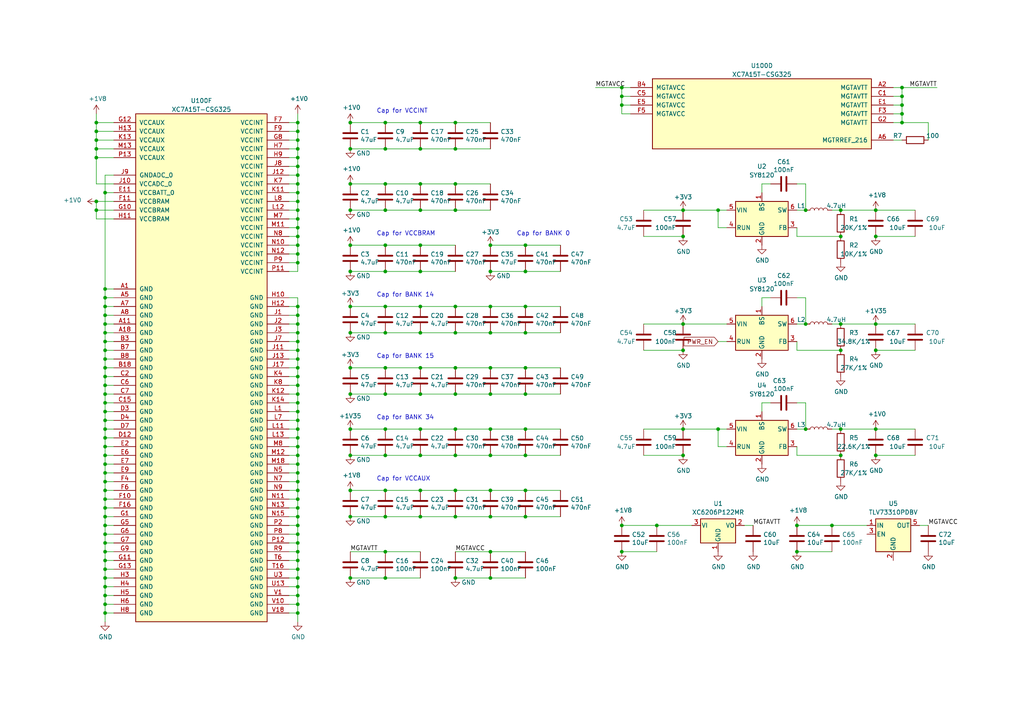
<source format=kicad_sch>
(kicad_sch (version 20210406) (generator eeschema)
  (paper "A4")
  (junction (at 27.94 35.56) (diameter 0.9144))
  (junction (at 27.94 38.1) (diameter 0.9144))
  (junction (at 27.94 40.64) (diameter 0.9144))
  (junction (at 27.94 43.18) (diameter 0.9144))
  (junction (at 27.94 45.72) (diameter 0.9144))
  (junction (at 27.94 58.42) (diameter 0.9144))
  (junction (at 27.94 60.96) (diameter 0.9144))
  (junction (at 30.48 55.88) (diameter 0.9144))
  (junction (at 30.48 83.82) (diameter 0.9144))
  (junction (at 30.48 86.36) (diameter 0.9144))
  (junction (at 30.48 88.9) (diameter 0.9144))
  (junction (at 30.48 91.44) (diameter 0.9144))
  (junction (at 30.48 93.98) (diameter 0.9144))
  (junction (at 30.48 96.52) (diameter 0.9144))
  (junction (at 30.48 99.06) (diameter 0.9144))
  (junction (at 30.48 101.6) (diameter 0.9144))
  (junction (at 30.48 104.14) (diameter 0.9144))
  (junction (at 30.48 106.68) (diameter 0.9144))
  (junction (at 30.48 109.22) (diameter 0.9144))
  (junction (at 30.48 111.76) (diameter 0.9144))
  (junction (at 30.48 114.3) (diameter 0.9144))
  (junction (at 30.48 116.84) (diameter 0.9144))
  (junction (at 30.48 119.38) (diameter 0.9144))
  (junction (at 30.48 121.92) (diameter 0.9144))
  (junction (at 30.48 124.46) (diameter 0.9144))
  (junction (at 30.48 127) (diameter 0.9144))
  (junction (at 30.48 129.54) (diameter 0.9144))
  (junction (at 30.48 132.08) (diameter 0.9144))
  (junction (at 30.48 134.62) (diameter 0.9144))
  (junction (at 30.48 137.16) (diameter 0.9144))
  (junction (at 30.48 139.7) (diameter 0.9144))
  (junction (at 30.48 142.24) (diameter 0.9144))
  (junction (at 30.48 144.78) (diameter 0.9144))
  (junction (at 30.48 147.32) (diameter 0.9144))
  (junction (at 30.48 149.86) (diameter 0.9144))
  (junction (at 30.48 152.4) (diameter 0.9144))
  (junction (at 30.48 154.94) (diameter 0.9144))
  (junction (at 30.48 157.48) (diameter 0.9144))
  (junction (at 30.48 160.02) (diameter 0.9144))
  (junction (at 30.48 162.56) (diameter 0.9144))
  (junction (at 30.48 165.1) (diameter 0.9144))
  (junction (at 30.48 167.64) (diameter 0.9144))
  (junction (at 30.48 170.18) (diameter 0.9144))
  (junction (at 30.48 172.72) (diameter 0.9144))
  (junction (at 30.48 175.26) (diameter 0.9144))
  (junction (at 30.48 177.8) (diameter 0.9144))
  (junction (at 86.36 35.56) (diameter 0.9144))
  (junction (at 86.36 38.1) (diameter 0.9144))
  (junction (at 86.36 40.64) (diameter 0.9144))
  (junction (at 86.36 43.18) (diameter 0.9144))
  (junction (at 86.36 45.72) (diameter 0.9144))
  (junction (at 86.36 48.26) (diameter 0.9144))
  (junction (at 86.36 50.8) (diameter 0.9144))
  (junction (at 86.36 53.34) (diameter 0.9144))
  (junction (at 86.36 55.88) (diameter 0.9144))
  (junction (at 86.36 58.42) (diameter 0.9144))
  (junction (at 86.36 60.96) (diameter 0.9144))
  (junction (at 86.36 63.5) (diameter 0.9144))
  (junction (at 86.36 66.04) (diameter 0.9144))
  (junction (at 86.36 68.58) (diameter 0.9144))
  (junction (at 86.36 71.12) (diameter 0.9144))
  (junction (at 86.36 73.66) (diameter 0.9144))
  (junction (at 86.36 76.2) (diameter 0.9144))
  (junction (at 86.36 88.9) (diameter 0.9144))
  (junction (at 86.36 91.44) (diameter 0.9144))
  (junction (at 86.36 93.98) (diameter 0.9144))
  (junction (at 86.36 96.52) (diameter 0.9144))
  (junction (at 86.36 99.06) (diameter 0.9144))
  (junction (at 86.36 101.6) (diameter 0.9144))
  (junction (at 86.36 104.14) (diameter 0.9144))
  (junction (at 86.36 106.68) (diameter 0.9144))
  (junction (at 86.36 109.22) (diameter 0.9144))
  (junction (at 86.36 111.76) (diameter 0.9144))
  (junction (at 86.36 114.3) (diameter 0.9144))
  (junction (at 86.36 116.84) (diameter 0.9144))
  (junction (at 86.36 119.38) (diameter 0.9144))
  (junction (at 86.36 121.92) (diameter 0.9144))
  (junction (at 86.36 124.46) (diameter 0.9144))
  (junction (at 86.36 127) (diameter 0.9144))
  (junction (at 86.36 129.54) (diameter 0.9144))
  (junction (at 86.36 132.08) (diameter 0.9144))
  (junction (at 86.36 134.62) (diameter 0.9144))
  (junction (at 86.36 137.16) (diameter 0.9144))
  (junction (at 86.36 139.7) (diameter 0.9144))
  (junction (at 86.36 142.24) (diameter 0.9144))
  (junction (at 86.36 144.78) (diameter 0.9144))
  (junction (at 86.36 147.32) (diameter 0.9144))
  (junction (at 86.36 149.86) (diameter 0.9144))
  (junction (at 86.36 152.4) (diameter 0.9144))
  (junction (at 86.36 154.94) (diameter 0.9144))
  (junction (at 86.36 157.48) (diameter 0.9144))
  (junction (at 86.36 160.02) (diameter 0.9144))
  (junction (at 86.36 162.56) (diameter 0.9144))
  (junction (at 86.36 165.1) (diameter 0.9144))
  (junction (at 86.36 167.64) (diameter 0.9144))
  (junction (at 86.36 170.18) (diameter 0.9144))
  (junction (at 86.36 172.72) (diameter 0.9144))
  (junction (at 86.36 175.26) (diameter 0.9144))
  (junction (at 86.36 177.8) (diameter 0.9144))
  (junction (at 101.6 35.56) (diameter 0.9144))
  (junction (at 101.6 43.18) (diameter 0.9144))
  (junction (at 101.6 53.34) (diameter 0.9144))
  (junction (at 101.6 60.96) (diameter 0.9144))
  (junction (at 101.6 71.12) (diameter 0.9144))
  (junction (at 101.6 78.74) (diameter 0.9144))
  (junction (at 101.6 88.9) (diameter 0.9144))
  (junction (at 101.6 96.52) (diameter 0.9144))
  (junction (at 101.6 106.68) (diameter 0.9144))
  (junction (at 101.6 114.3) (diameter 0.9144))
  (junction (at 101.6 124.46) (diameter 0.9144))
  (junction (at 101.6 132.08) (diameter 0.9144))
  (junction (at 101.6 142.24) (diameter 0.9144))
  (junction (at 101.6 149.86) (diameter 0.9144))
  (junction (at 101.6 167.64) (diameter 0.9144))
  (junction (at 111.76 35.56) (diameter 0.9144))
  (junction (at 111.76 43.18) (diameter 0.9144))
  (junction (at 111.76 53.34) (diameter 0.9144))
  (junction (at 111.76 60.96) (diameter 0.9144))
  (junction (at 111.76 71.12) (diameter 0.9144))
  (junction (at 111.76 78.74) (diameter 0.9144))
  (junction (at 111.76 88.9) (diameter 0.9144))
  (junction (at 111.76 96.52) (diameter 0.9144))
  (junction (at 111.76 106.68) (diameter 0.9144))
  (junction (at 111.76 114.3) (diameter 0.9144))
  (junction (at 111.76 124.46) (diameter 0.9144))
  (junction (at 111.76 132.08) (diameter 0.9144))
  (junction (at 111.76 142.24) (diameter 0.9144))
  (junction (at 111.76 149.86) (diameter 0.9144))
  (junction (at 111.76 160.02) (diameter 0.9144))
  (junction (at 111.76 167.64) (diameter 0.9144))
  (junction (at 121.92 35.56) (diameter 0.9144))
  (junction (at 121.92 43.18) (diameter 0.9144))
  (junction (at 121.92 53.34) (diameter 0.9144))
  (junction (at 121.92 60.96) (diameter 0.9144))
  (junction (at 121.92 71.12) (diameter 0.9144))
  (junction (at 121.92 78.74) (diameter 0.9144))
  (junction (at 121.92 88.9) (diameter 0.9144))
  (junction (at 121.92 96.52) (diameter 0.9144))
  (junction (at 121.92 106.68) (diameter 0.9144))
  (junction (at 121.92 114.3) (diameter 0.9144))
  (junction (at 121.92 124.46) (diameter 0.9144))
  (junction (at 121.92 132.08) (diameter 0.9144))
  (junction (at 121.92 142.24) (diameter 0.9144))
  (junction (at 121.92 149.86) (diameter 0.9144))
  (junction (at 132.08 35.56) (diameter 0.9144))
  (junction (at 132.08 43.18) (diameter 0.9144))
  (junction (at 132.08 53.34) (diameter 0.9144))
  (junction (at 132.08 60.96) (diameter 0.9144))
  (junction (at 132.08 88.9) (diameter 0.9144))
  (junction (at 132.08 96.52) (diameter 0.9144))
  (junction (at 132.08 106.68) (diameter 0.9144))
  (junction (at 132.08 114.3) (diameter 0.9144))
  (junction (at 132.08 124.46) (diameter 0.9144))
  (junction (at 132.08 132.08) (diameter 0.9144))
  (junction (at 132.08 142.24) (diameter 0.9144))
  (junction (at 132.08 149.86) (diameter 0.9144))
  (junction (at 132.08 167.64) (diameter 0.9144))
  (junction (at 142.24 71.12) (diameter 0.9144))
  (junction (at 142.24 78.74) (diameter 0.9144))
  (junction (at 142.24 88.9) (diameter 0.9144))
  (junction (at 142.24 96.52) (diameter 0.9144))
  (junction (at 142.24 106.68) (diameter 0.9144))
  (junction (at 142.24 114.3) (diameter 0.9144))
  (junction (at 142.24 124.46) (diameter 0.9144))
  (junction (at 142.24 132.08) (diameter 0.9144))
  (junction (at 142.24 142.24) (diameter 0.9144))
  (junction (at 142.24 149.86) (diameter 0.9144))
  (junction (at 142.24 160.02) (diameter 0.9144))
  (junction (at 142.24 167.64) (diameter 0.9144))
  (junction (at 152.4 71.12) (diameter 0.9144))
  (junction (at 152.4 78.74) (diameter 0.9144))
  (junction (at 152.4 88.9) (diameter 0.9144))
  (junction (at 152.4 96.52) (diameter 0.9144))
  (junction (at 152.4 106.68) (diameter 0.9144))
  (junction (at 152.4 114.3) (diameter 0.9144))
  (junction (at 152.4 124.46) (diameter 0.9144))
  (junction (at 152.4 132.08) (diameter 0.9144))
  (junction (at 152.4 142.24) (diameter 0.9144))
  (junction (at 152.4 149.86) (diameter 0.9144))
  (junction (at 180.34 25.4) (diameter 0.9144))
  (junction (at 180.34 27.94) (diameter 0.9144))
  (junction (at 180.34 30.48) (diameter 0.9144))
  (junction (at 180.34 152.4) (diameter 0.9144))
  (junction (at 180.34 160.02) (diameter 0.9144))
  (junction (at 190.5 152.4) (diameter 0.9144))
  (junction (at 198.12 60.96) (diameter 0.9144))
  (junction (at 198.12 68.58) (diameter 0.9144))
  (junction (at 198.12 93.98) (diameter 0.9144))
  (junction (at 198.12 101.6) (diameter 0.9144))
  (junction (at 198.12 124.46) (diameter 0.9144))
  (junction (at 198.12 132.08) (diameter 0.9144))
  (junction (at 208.28 60.96) (diameter 0.9144))
  (junction (at 208.28 124.46) (diameter 0.9144))
  (junction (at 231.14 152.4) (diameter 0.9144))
  (junction (at 231.14 160.02) (diameter 0.9144))
  (junction (at 233.68 60.96) (diameter 0.9144))
  (junction (at 233.68 93.98) (diameter 0.9144))
  (junction (at 233.68 124.46) (diameter 0.9144))
  (junction (at 241.3 152.4) (diameter 0.9144))
  (junction (at 243.84 60.96) (diameter 0.9144))
  (junction (at 243.84 68.58) (diameter 0.9144))
  (junction (at 243.84 93.98) (diameter 0.9144))
  (junction (at 243.84 101.6) (diameter 0.9144))
  (junction (at 243.84 124.46) (diameter 0.9144))
  (junction (at 243.84 132.08) (diameter 0.9144))
  (junction (at 254 60.96) (diameter 0.9144))
  (junction (at 254 68.58) (diameter 0.9144))
  (junction (at 254 93.98) (diameter 0.9144))
  (junction (at 254 101.6) (diameter 0.9144))
  (junction (at 254 124.46) (diameter 0.9144))
  (junction (at 254 132.08) (diameter 0.9144))
  (junction (at 261.62 25.4) (diameter 0.9144))
  (junction (at 261.62 27.94) (diameter 0.9144))
  (junction (at 261.62 30.48) (diameter 0.9144))
  (junction (at 261.62 33.02) (diameter 0.9144))
  (junction (at 261.62 35.56) (diameter 0.9144))
  (wire (pts (xy 27.94 33.02) (xy 27.94 35.56)))
  (wire (pts (xy 27.94 35.56) (xy 27.94 38.1)))
  (wire (pts (xy 27.94 35.56) (xy 33.02 35.56)))
  (wire (pts (xy 27.94 38.1) (xy 27.94 40.64)))
  (wire (pts (xy 27.94 38.1) (xy 33.02 38.1)))
  (wire (pts (xy 27.94 40.64) (xy 27.94 43.18)))
  (wire (pts (xy 27.94 40.64) (xy 33.02 40.64)))
  (wire (pts (xy 27.94 43.18) (xy 27.94 45.72)))
  (wire (pts (xy 27.94 43.18) (xy 33.02 43.18)))
  (wire (pts (xy 27.94 45.72) (xy 27.94 53.34)))
  (wire (pts (xy 27.94 45.72) (xy 33.02 45.72)))
  (wire (pts (xy 27.94 58.42) (xy 33.02 58.42)))
  (wire (pts (xy 27.94 60.96) (xy 27.94 58.42)))
  (wire (pts (xy 27.94 60.96) (xy 33.02 60.96)))
  (wire (pts (xy 27.94 63.5) (xy 27.94 60.96)))
  (wire (pts (xy 30.48 50.8) (xy 30.48 55.88)))
  (wire (pts (xy 30.48 55.88) (xy 30.48 83.82)))
  (wire (pts (xy 30.48 83.82) (xy 30.48 86.36)))
  (wire (pts (xy 30.48 83.82) (xy 33.02 83.82)))
  (wire (pts (xy 30.48 86.36) (xy 30.48 88.9)))
  (wire (pts (xy 30.48 86.36) (xy 33.02 86.36)))
  (wire (pts (xy 30.48 88.9) (xy 30.48 91.44)))
  (wire (pts (xy 30.48 88.9) (xy 33.02 88.9)))
  (wire (pts (xy 30.48 91.44) (xy 30.48 93.98)))
  (wire (pts (xy 30.48 91.44) (xy 33.02 91.44)))
  (wire (pts (xy 30.48 93.98) (xy 30.48 96.52)))
  (wire (pts (xy 30.48 93.98) (xy 33.02 93.98)))
  (wire (pts (xy 30.48 96.52) (xy 30.48 99.06)))
  (wire (pts (xy 30.48 96.52) (xy 33.02 96.52)))
  (wire (pts (xy 30.48 99.06) (xy 30.48 101.6)))
  (wire (pts (xy 30.48 99.06) (xy 33.02 99.06)))
  (wire (pts (xy 30.48 101.6) (xy 30.48 104.14)))
  (wire (pts (xy 30.48 101.6) (xy 33.02 101.6)))
  (wire (pts (xy 30.48 104.14) (xy 30.48 106.68)))
  (wire (pts (xy 30.48 104.14) (xy 33.02 104.14)))
  (wire (pts (xy 30.48 106.68) (xy 30.48 109.22)))
  (wire (pts (xy 30.48 106.68) (xy 33.02 106.68)))
  (wire (pts (xy 30.48 109.22) (xy 30.48 111.76)))
  (wire (pts (xy 30.48 109.22) (xy 33.02 109.22)))
  (wire (pts (xy 30.48 111.76) (xy 30.48 114.3)))
  (wire (pts (xy 30.48 111.76) (xy 33.02 111.76)))
  (wire (pts (xy 30.48 114.3) (xy 30.48 116.84)))
  (wire (pts (xy 30.48 114.3) (xy 33.02 114.3)))
  (wire (pts (xy 30.48 116.84) (xy 30.48 119.38)))
  (wire (pts (xy 30.48 116.84) (xy 33.02 116.84)))
  (wire (pts (xy 30.48 119.38) (xy 30.48 121.92)))
  (wire (pts (xy 30.48 119.38) (xy 33.02 119.38)))
  (wire (pts (xy 30.48 121.92) (xy 30.48 124.46)))
  (wire (pts (xy 30.48 121.92) (xy 33.02 121.92)))
  (wire (pts (xy 30.48 124.46) (xy 30.48 127)))
  (wire (pts (xy 30.48 124.46) (xy 33.02 124.46)))
  (wire (pts (xy 30.48 127) (xy 30.48 129.54)))
  (wire (pts (xy 30.48 127) (xy 33.02 127)))
  (wire (pts (xy 30.48 129.54) (xy 30.48 132.08)))
  (wire (pts (xy 30.48 129.54) (xy 33.02 129.54)))
  (wire (pts (xy 30.48 132.08) (xy 30.48 134.62)))
  (wire (pts (xy 30.48 132.08) (xy 33.02 132.08)))
  (wire (pts (xy 30.48 134.62) (xy 30.48 137.16)))
  (wire (pts (xy 30.48 134.62) (xy 33.02 134.62)))
  (wire (pts (xy 30.48 137.16) (xy 30.48 139.7)))
  (wire (pts (xy 30.48 137.16) (xy 33.02 137.16)))
  (wire (pts (xy 30.48 139.7) (xy 30.48 142.24)))
  (wire (pts (xy 30.48 139.7) (xy 33.02 139.7)))
  (wire (pts (xy 30.48 142.24) (xy 30.48 144.78)))
  (wire (pts (xy 30.48 142.24) (xy 33.02 142.24)))
  (wire (pts (xy 30.48 144.78) (xy 30.48 147.32)))
  (wire (pts (xy 30.48 144.78) (xy 33.02 144.78)))
  (wire (pts (xy 30.48 147.32) (xy 30.48 149.86)))
  (wire (pts (xy 30.48 147.32) (xy 33.02 147.32)))
  (wire (pts (xy 30.48 149.86) (xy 30.48 152.4)))
  (wire (pts (xy 30.48 149.86) (xy 33.02 149.86)))
  (wire (pts (xy 30.48 152.4) (xy 30.48 154.94)))
  (wire (pts (xy 30.48 152.4) (xy 33.02 152.4)))
  (wire (pts (xy 30.48 154.94) (xy 30.48 157.48)))
  (wire (pts (xy 30.48 154.94) (xy 33.02 154.94)))
  (wire (pts (xy 30.48 157.48) (xy 30.48 160.02)))
  (wire (pts (xy 30.48 157.48) (xy 33.02 157.48)))
  (wire (pts (xy 30.48 160.02) (xy 30.48 162.56)))
  (wire (pts (xy 30.48 160.02) (xy 33.02 160.02)))
  (wire (pts (xy 30.48 162.56) (xy 30.48 165.1)))
  (wire (pts (xy 30.48 162.56) (xy 33.02 162.56)))
  (wire (pts (xy 30.48 165.1) (xy 30.48 167.64)))
  (wire (pts (xy 30.48 165.1) (xy 33.02 165.1)))
  (wire (pts (xy 30.48 167.64) (xy 30.48 170.18)))
  (wire (pts (xy 30.48 167.64) (xy 33.02 167.64)))
  (wire (pts (xy 30.48 170.18) (xy 30.48 172.72)))
  (wire (pts (xy 30.48 170.18) (xy 33.02 170.18)))
  (wire (pts (xy 30.48 172.72) (xy 30.48 175.26)))
  (wire (pts (xy 30.48 172.72) (xy 33.02 172.72)))
  (wire (pts (xy 30.48 175.26) (xy 30.48 177.8)))
  (wire (pts (xy 30.48 175.26) (xy 33.02 175.26)))
  (wire (pts (xy 30.48 177.8) (xy 30.48 180.34)))
  (wire (pts (xy 30.48 177.8) (xy 33.02 177.8)))
  (wire (pts (xy 33.02 50.8) (xy 30.48 50.8)))
  (wire (pts (xy 33.02 53.34) (xy 27.94 53.34)))
  (wire (pts (xy 33.02 55.88) (xy 30.48 55.88)))
  (wire (pts (xy 33.02 63.5) (xy 27.94 63.5)))
  (wire (pts (xy 83.82 35.56) (xy 86.36 35.56)))
  (wire (pts (xy 83.82 38.1) (xy 86.36 38.1)))
  (wire (pts (xy 83.82 40.64) (xy 86.36 40.64)))
  (wire (pts (xy 83.82 43.18) (xy 86.36 43.18)))
  (wire (pts (xy 83.82 45.72) (xy 86.36 45.72)))
  (wire (pts (xy 83.82 48.26) (xy 86.36 48.26)))
  (wire (pts (xy 83.82 50.8) (xy 86.36 50.8)))
  (wire (pts (xy 83.82 53.34) (xy 86.36 53.34)))
  (wire (pts (xy 83.82 55.88) (xy 86.36 55.88)))
  (wire (pts (xy 83.82 58.42) (xy 86.36 58.42)))
  (wire (pts (xy 83.82 60.96) (xy 86.36 60.96)))
  (wire (pts (xy 83.82 63.5) (xy 86.36 63.5)))
  (wire (pts (xy 83.82 66.04) (xy 86.36 66.04)))
  (wire (pts (xy 83.82 68.58) (xy 86.36 68.58)))
  (wire (pts (xy 83.82 71.12) (xy 86.36 71.12)))
  (wire (pts (xy 83.82 73.66) (xy 86.36 73.66)))
  (wire (pts (xy 83.82 76.2) (xy 86.36 76.2)))
  (wire (pts (xy 83.82 78.74) (xy 86.36 78.74)))
  (wire (pts (xy 83.82 86.36) (xy 86.36 86.36)))
  (wire (pts (xy 83.82 88.9) (xy 86.36 88.9)))
  (wire (pts (xy 83.82 91.44) (xy 86.36 91.44)))
  (wire (pts (xy 83.82 93.98) (xy 86.36 93.98)))
  (wire (pts (xy 83.82 96.52) (xy 86.36 96.52)))
  (wire (pts (xy 83.82 99.06) (xy 86.36 99.06)))
  (wire (pts (xy 83.82 101.6) (xy 86.36 101.6)))
  (wire (pts (xy 83.82 104.14) (xy 86.36 104.14)))
  (wire (pts (xy 83.82 106.68) (xy 86.36 106.68)))
  (wire (pts (xy 83.82 109.22) (xy 86.36 109.22)))
  (wire (pts (xy 83.82 111.76) (xy 86.36 111.76)))
  (wire (pts (xy 83.82 114.3) (xy 86.36 114.3)))
  (wire (pts (xy 83.82 116.84) (xy 86.36 116.84)))
  (wire (pts (xy 83.82 119.38) (xy 86.36 119.38)))
  (wire (pts (xy 83.82 121.92) (xy 86.36 121.92)))
  (wire (pts (xy 83.82 124.46) (xy 86.36 124.46)))
  (wire (pts (xy 83.82 127) (xy 86.36 127)))
  (wire (pts (xy 83.82 129.54) (xy 86.36 129.54)))
  (wire (pts (xy 83.82 132.08) (xy 86.36 132.08)))
  (wire (pts (xy 83.82 134.62) (xy 86.36 134.62)))
  (wire (pts (xy 83.82 137.16) (xy 86.36 137.16)))
  (wire (pts (xy 83.82 139.7) (xy 86.36 139.7)))
  (wire (pts (xy 83.82 142.24) (xy 86.36 142.24)))
  (wire (pts (xy 83.82 144.78) (xy 86.36 144.78)))
  (wire (pts (xy 83.82 147.32) (xy 86.36 147.32)))
  (wire (pts (xy 83.82 149.86) (xy 86.36 149.86)))
  (wire (pts (xy 83.82 152.4) (xy 86.36 152.4)))
  (wire (pts (xy 83.82 154.94) (xy 86.36 154.94)))
  (wire (pts (xy 83.82 157.48) (xy 86.36 157.48)))
  (wire (pts (xy 83.82 160.02) (xy 86.36 160.02)))
  (wire (pts (xy 83.82 162.56) (xy 86.36 162.56)))
  (wire (pts (xy 83.82 165.1) (xy 86.36 165.1)))
  (wire (pts (xy 83.82 167.64) (xy 86.36 167.64)))
  (wire (pts (xy 83.82 170.18) (xy 86.36 170.18)))
  (wire (pts (xy 83.82 172.72) (xy 86.36 172.72)))
  (wire (pts (xy 83.82 175.26) (xy 86.36 175.26)))
  (wire (pts (xy 83.82 177.8) (xy 86.36 177.8)))
  (wire (pts (xy 86.36 35.56) (xy 86.36 33.02)))
  (wire (pts (xy 86.36 38.1) (xy 86.36 35.56)))
  (wire (pts (xy 86.36 40.64) (xy 86.36 38.1)))
  (wire (pts (xy 86.36 43.18) (xy 86.36 40.64)))
  (wire (pts (xy 86.36 45.72) (xy 86.36 43.18)))
  (wire (pts (xy 86.36 48.26) (xy 86.36 45.72)))
  (wire (pts (xy 86.36 50.8) (xy 86.36 48.26)))
  (wire (pts (xy 86.36 53.34) (xy 86.36 50.8)))
  (wire (pts (xy 86.36 55.88) (xy 86.36 53.34)))
  (wire (pts (xy 86.36 58.42) (xy 86.36 55.88)))
  (wire (pts (xy 86.36 60.96) (xy 86.36 58.42)))
  (wire (pts (xy 86.36 63.5) (xy 86.36 60.96)))
  (wire (pts (xy 86.36 66.04) (xy 86.36 63.5)))
  (wire (pts (xy 86.36 68.58) (xy 86.36 66.04)))
  (wire (pts (xy 86.36 71.12) (xy 86.36 68.58)))
  (wire (pts (xy 86.36 73.66) (xy 86.36 71.12)))
  (wire (pts (xy 86.36 76.2) (xy 86.36 73.66)))
  (wire (pts (xy 86.36 78.74) (xy 86.36 76.2)))
  (wire (pts (xy 86.36 86.36) (xy 86.36 88.9)))
  (wire (pts (xy 86.36 88.9) (xy 86.36 91.44)))
  (wire (pts (xy 86.36 91.44) (xy 86.36 93.98)))
  (wire (pts (xy 86.36 93.98) (xy 86.36 96.52)))
  (wire (pts (xy 86.36 96.52) (xy 86.36 99.06)))
  (wire (pts (xy 86.36 99.06) (xy 86.36 101.6)))
  (wire (pts (xy 86.36 101.6) (xy 86.36 104.14)))
  (wire (pts (xy 86.36 104.14) (xy 86.36 106.68)))
  (wire (pts (xy 86.36 106.68) (xy 86.36 109.22)))
  (wire (pts (xy 86.36 109.22) (xy 86.36 111.76)))
  (wire (pts (xy 86.36 111.76) (xy 86.36 114.3)))
  (wire (pts (xy 86.36 114.3) (xy 86.36 116.84)))
  (wire (pts (xy 86.36 116.84) (xy 86.36 119.38)))
  (wire (pts (xy 86.36 119.38) (xy 86.36 121.92)))
  (wire (pts (xy 86.36 121.92) (xy 86.36 124.46)))
  (wire (pts (xy 86.36 124.46) (xy 86.36 127)))
  (wire (pts (xy 86.36 127) (xy 86.36 129.54)))
  (wire (pts (xy 86.36 129.54) (xy 86.36 132.08)))
  (wire (pts (xy 86.36 132.08) (xy 86.36 134.62)))
  (wire (pts (xy 86.36 134.62) (xy 86.36 137.16)))
  (wire (pts (xy 86.36 137.16) (xy 86.36 139.7)))
  (wire (pts (xy 86.36 139.7) (xy 86.36 142.24)))
  (wire (pts (xy 86.36 142.24) (xy 86.36 144.78)))
  (wire (pts (xy 86.36 144.78) (xy 86.36 147.32)))
  (wire (pts (xy 86.36 147.32) (xy 86.36 149.86)))
  (wire (pts (xy 86.36 149.86) (xy 86.36 152.4)))
  (wire (pts (xy 86.36 152.4) (xy 86.36 154.94)))
  (wire (pts (xy 86.36 154.94) (xy 86.36 157.48)))
  (wire (pts (xy 86.36 157.48) (xy 86.36 160.02)))
  (wire (pts (xy 86.36 160.02) (xy 86.36 162.56)))
  (wire (pts (xy 86.36 162.56) (xy 86.36 165.1)))
  (wire (pts (xy 86.36 165.1) (xy 86.36 167.64)))
  (wire (pts (xy 86.36 167.64) (xy 86.36 170.18)))
  (wire (pts (xy 86.36 170.18) (xy 86.36 172.72)))
  (wire (pts (xy 86.36 172.72) (xy 86.36 175.26)))
  (wire (pts (xy 86.36 175.26) (xy 86.36 177.8)))
  (wire (pts (xy 86.36 177.8) (xy 86.36 180.34)))
  (wire (pts (xy 101.6 35.56) (xy 111.76 35.56)))
  (wire (pts (xy 101.6 53.34) (xy 111.76 53.34)))
  (wire (pts (xy 101.6 88.9) (xy 111.76 88.9)))
  (wire (pts (xy 101.6 106.68) (xy 111.76 106.68)))
  (wire (pts (xy 101.6 124.46) (xy 111.76 124.46)))
  (wire (pts (xy 101.6 142.24) (xy 111.76 142.24)))
  (wire (pts (xy 111.76 43.18) (xy 101.6 43.18)))
  (wire (pts (xy 111.76 60.96) (xy 101.6 60.96)))
  (wire (pts (xy 111.76 71.12) (xy 101.6 71.12)))
  (wire (pts (xy 111.76 78.74) (xy 101.6 78.74)))
  (wire (pts (xy 111.76 96.52) (xy 101.6 96.52)))
  (wire (pts (xy 111.76 114.3) (xy 101.6 114.3)))
  (wire (pts (xy 111.76 132.08) (xy 101.6 132.08)))
  (wire (pts (xy 111.76 149.86) (xy 101.6 149.86)))
  (wire (pts (xy 111.76 160.02) (xy 101.6 160.02)))
  (wire (pts (xy 111.76 167.64) (xy 101.6 167.64)))
  (wire (pts (xy 121.92 35.56) (xy 111.76 35.56)))
  (wire (pts (xy 121.92 43.18) (xy 111.76 43.18)))
  (wire (pts (xy 121.92 53.34) (xy 111.76 53.34)))
  (wire (pts (xy 121.92 60.96) (xy 111.76 60.96)))
  (wire (pts (xy 121.92 71.12) (xy 111.76 71.12)))
  (wire (pts (xy 121.92 78.74) (xy 111.76 78.74)))
  (wire (pts (xy 121.92 88.9) (xy 111.76 88.9)))
  (wire (pts (xy 121.92 96.52) (xy 111.76 96.52)))
  (wire (pts (xy 121.92 106.68) (xy 111.76 106.68)))
  (wire (pts (xy 121.92 114.3) (xy 111.76 114.3)))
  (wire (pts (xy 121.92 124.46) (xy 111.76 124.46)))
  (wire (pts (xy 121.92 132.08) (xy 111.76 132.08)))
  (wire (pts (xy 121.92 142.24) (xy 111.76 142.24)))
  (wire (pts (xy 121.92 149.86) (xy 111.76 149.86)))
  (wire (pts (xy 121.92 160.02) (xy 111.76 160.02)))
  (wire (pts (xy 121.92 167.64) (xy 111.76 167.64)))
  (wire (pts (xy 132.08 35.56) (xy 121.92 35.56)))
  (wire (pts (xy 132.08 43.18) (xy 121.92 43.18)))
  (wire (pts (xy 132.08 53.34) (xy 121.92 53.34)))
  (wire (pts (xy 132.08 60.96) (xy 121.92 60.96)))
  (wire (pts (xy 132.08 71.12) (xy 121.92 71.12)))
  (wire (pts (xy 132.08 78.74) (xy 121.92 78.74)))
  (wire (pts (xy 132.08 88.9) (xy 121.92 88.9)))
  (wire (pts (xy 132.08 96.52) (xy 121.92 96.52)))
  (wire (pts (xy 132.08 106.68) (xy 121.92 106.68)))
  (wire (pts (xy 132.08 114.3) (xy 121.92 114.3)))
  (wire (pts (xy 132.08 124.46) (xy 121.92 124.46)))
  (wire (pts (xy 132.08 132.08) (xy 121.92 132.08)))
  (wire (pts (xy 132.08 142.24) (xy 121.92 142.24)))
  (wire (pts (xy 132.08 149.86) (xy 121.92 149.86)))
  (wire (pts (xy 142.24 35.56) (xy 132.08 35.56)))
  (wire (pts (xy 142.24 43.18) (xy 132.08 43.18)))
  (wire (pts (xy 142.24 53.34) (xy 132.08 53.34)))
  (wire (pts (xy 142.24 60.96) (xy 132.08 60.96)))
  (wire (pts (xy 142.24 71.12) (xy 152.4 71.12)))
  (wire (pts (xy 142.24 78.74) (xy 152.4 78.74)))
  (wire (pts (xy 142.24 88.9) (xy 132.08 88.9)))
  (wire (pts (xy 142.24 88.9) (xy 152.4 88.9)))
  (wire (pts (xy 142.24 96.52) (xy 132.08 96.52)))
  (wire (pts (xy 142.24 96.52) (xy 152.4 96.52)))
  (wire (pts (xy 142.24 106.68) (xy 132.08 106.68)))
  (wire (pts (xy 142.24 106.68) (xy 152.4 106.68)))
  (wire (pts (xy 142.24 114.3) (xy 132.08 114.3)))
  (wire (pts (xy 142.24 114.3) (xy 152.4 114.3)))
  (wire (pts (xy 142.24 124.46) (xy 132.08 124.46)))
  (wire (pts (xy 142.24 124.46) (xy 152.4 124.46)))
  (wire (pts (xy 142.24 132.08) (xy 132.08 132.08)))
  (wire (pts (xy 142.24 132.08) (xy 152.4 132.08)))
  (wire (pts (xy 142.24 142.24) (xy 132.08 142.24)))
  (wire (pts (xy 142.24 142.24) (xy 152.4 142.24)))
  (wire (pts (xy 142.24 149.86) (xy 132.08 149.86)))
  (wire (pts (xy 142.24 149.86) (xy 152.4 149.86)))
  (wire (pts (xy 142.24 160.02) (xy 132.08 160.02)))
  (wire (pts (xy 142.24 167.64) (xy 132.08 167.64)))
  (wire (pts (xy 152.4 71.12) (xy 162.56 71.12)))
  (wire (pts (xy 152.4 78.74) (xy 162.56 78.74)))
  (wire (pts (xy 152.4 88.9) (xy 162.56 88.9)))
  (wire (pts (xy 152.4 96.52) (xy 162.56 96.52)))
  (wire (pts (xy 152.4 106.68) (xy 162.56 106.68)))
  (wire (pts (xy 152.4 114.3) (xy 162.56 114.3)))
  (wire (pts (xy 152.4 124.46) (xy 162.56 124.46)))
  (wire (pts (xy 152.4 132.08) (xy 162.56 132.08)))
  (wire (pts (xy 152.4 142.24) (xy 162.56 142.24)))
  (wire (pts (xy 152.4 149.86) (xy 162.56 149.86)))
  (wire (pts (xy 152.4 160.02) (xy 142.24 160.02)))
  (wire (pts (xy 152.4 167.64) (xy 142.24 167.64)))
  (wire (pts (xy 172.72 25.4) (xy 180.34 25.4)))
  (wire (pts (xy 180.34 25.4) (xy 182.88 25.4)))
  (wire (pts (xy 180.34 27.94) (xy 180.34 25.4)))
  (wire (pts (xy 180.34 27.94) (xy 182.88 27.94)))
  (wire (pts (xy 180.34 30.48) (xy 180.34 27.94)))
  (wire (pts (xy 180.34 30.48) (xy 182.88 30.48)))
  (wire (pts (xy 180.34 33.02) (xy 180.34 30.48)))
  (wire (pts (xy 182.88 33.02) (xy 180.34 33.02)))
  (wire (pts (xy 186.69 60.96) (xy 198.12 60.96)))
  (wire (pts (xy 186.69 68.58) (xy 198.12 68.58)))
  (wire (pts (xy 186.69 93.98) (xy 198.12 93.98)))
  (wire (pts (xy 186.69 101.6) (xy 198.12 101.6)))
  (wire (pts (xy 186.69 124.46) (xy 198.12 124.46)))
  (wire (pts (xy 186.69 132.08) (xy 198.12 132.08)))
  (wire (pts (xy 190.5 152.4) (xy 180.34 152.4)))
  (wire (pts (xy 190.5 152.4) (xy 200.66 152.4)))
  (wire (pts (xy 190.5 160.02) (xy 180.34 160.02)))
  (wire (pts (xy 198.12 60.96) (xy 208.28 60.96)))
  (wire (pts (xy 198.12 93.98) (xy 210.82 93.98)))
  (wire (pts (xy 198.12 124.46) (xy 208.28 124.46)))
  (wire (pts (xy 208.28 60.96) (xy 208.28 66.04)))
  (wire (pts (xy 208.28 60.96) (xy 210.82 60.96)))
  (wire (pts (xy 208.28 124.46) (xy 208.28 129.54)))
  (wire (pts (xy 208.28 124.46) (xy 210.82 124.46)))
  (wire (pts (xy 210.82 66.04) (xy 208.28 66.04)))
  (wire (pts (xy 210.82 99.06) (xy 208.28 99.06)))
  (wire (pts (xy 210.82 129.54) (xy 208.28 129.54)))
  (wire (pts (xy 215.9 152.4) (xy 218.44 152.4)))
  (wire (pts (xy 220.98 53.34) (xy 223.52 53.34)))
  (wire (pts (xy 220.98 55.88) (xy 220.98 53.34)))
  (wire (pts (xy 220.98 86.36) (xy 223.52 86.36)))
  (wire (pts (xy 220.98 88.9) (xy 220.98 86.36)))
  (wire (pts (xy 220.98 116.84) (xy 223.52 116.84)))
  (wire (pts (xy 220.98 119.38) (xy 220.98 116.84)))
  (wire (pts (xy 231.14 53.34) (xy 233.68 53.34)))
  (wire (pts (xy 231.14 68.58) (xy 231.14 66.04)))
  (wire (pts (xy 231.14 86.36) (xy 233.68 86.36)))
  (wire (pts (xy 231.14 101.6) (xy 231.14 99.06)))
  (wire (pts (xy 231.14 116.84) (xy 233.68 116.84)))
  (wire (pts (xy 231.14 132.08) (xy 231.14 129.54)))
  (wire (pts (xy 233.68 53.34) (xy 233.68 60.96)))
  (wire (pts (xy 233.68 60.96) (xy 231.14 60.96)))
  (wire (pts (xy 233.68 86.36) (xy 233.68 93.98)))
  (wire (pts (xy 233.68 93.98) (xy 231.14 93.98)))
  (wire (pts (xy 233.68 116.84) (xy 233.68 124.46)))
  (wire (pts (xy 233.68 124.46) (xy 231.14 124.46)))
  (wire (pts (xy 241.3 152.4) (xy 231.14 152.4)))
  (wire (pts (xy 241.3 152.4) (xy 251.46 152.4)))
  (wire (pts (xy 241.3 160.02) (xy 231.14 160.02)))
  (wire (pts (xy 243.84 60.96) (xy 241.3 60.96)))
  (wire (pts (xy 243.84 60.96) (xy 254 60.96)))
  (wire (pts (xy 243.84 68.58) (xy 231.14 68.58)))
  (wire (pts (xy 243.84 93.98) (xy 241.3 93.98)))
  (wire (pts (xy 243.84 93.98) (xy 254 93.98)))
  (wire (pts (xy 243.84 101.6) (xy 231.14 101.6)))
  (wire (pts (xy 243.84 124.46) (xy 241.3 124.46)))
  (wire (pts (xy 243.84 124.46) (xy 254 124.46)))
  (wire (pts (xy 243.84 132.08) (xy 231.14 132.08)))
  (wire (pts (xy 254 60.96) (xy 265.43 60.96)))
  (wire (pts (xy 254 68.58) (xy 265.43 68.58)))
  (wire (pts (xy 254 93.98) (xy 265.43 93.98)))
  (wire (pts (xy 254 101.6) (xy 265.43 101.6)))
  (wire (pts (xy 254 124.46) (xy 265.43 124.46)))
  (wire (pts (xy 254 132.08) (xy 265.43 132.08)))
  (wire (pts (xy 259.08 25.4) (xy 261.62 25.4)))
  (wire (pts (xy 259.08 27.94) (xy 261.62 27.94)))
  (wire (pts (xy 259.08 30.48) (xy 261.62 30.48)))
  (wire (pts (xy 259.08 33.02) (xy 261.62 33.02)))
  (wire (pts (xy 259.08 35.56) (xy 261.62 35.56)))
  (wire (pts (xy 259.08 40.64) (xy 261.62 40.64)))
  (wire (pts (xy 261.62 25.4) (xy 271.78 25.4)))
  (wire (pts (xy 261.62 27.94) (xy 261.62 25.4)))
  (wire (pts (xy 261.62 30.48) (xy 261.62 27.94)))
  (wire (pts (xy 261.62 33.02) (xy 261.62 30.48)))
  (wire (pts (xy 261.62 35.56) (xy 261.62 33.02)))
  (wire (pts (xy 266.7 152.4) (xy 269.24 152.4)))
  (wire (pts (xy 269.24 35.56) (xy 261.62 35.56)))
  (wire (pts (xy 269.24 40.64) (xy 269.24 35.56)))
  (text "Cap for VCCINT" (at 109.22 33.02 0) (effects (font (size 1.27 1.27)) (justify left bottom)))
  (text "Cap for VCCBRAM" (at 109.22 68.58 0) (effects (font (size 1.27 1.27)) (justify left bottom)))
  (text "Cap for BANK 14" (at 109.22 86.36 0) (effects (font (size 1.27 1.27)) (justify left bottom)))
  (text "Cap for BANK 15" (at 109.22 104.14 0) (effects (font (size 1.27 1.27)) (justify left bottom)))
  (text "Cap for BANK 34" (at 109.22 121.92 0) (effects (font (size 1.27 1.27)) (justify left bottom)))
  (text "Cap for VCCAUX" (at 109.22 139.7 0) (effects (font (size 1.27 1.27)) (justify left bottom)))
  (text "Cap for BANK 0" (at 149.86 68.58 0) (effects (font (size 1.27 1.27)) (justify left bottom)))
  (label "MGTAVTT" (at 101.6 160.02 0))
  (label "MGTAVCC" (at 132.08 160.02 0))
  (label "MGTAVCC" (at 172.72 25.4 0))
  (label "MGTAVTT" (at 218.44 152.4 0))
  (label "MGTAVCC" (at 269.24 152.4 0))
  (label "MGTAVTT" (at 271.78 25.4 180))
  (global_label "PWR_EN" (shape input) (at 208.28 99.06 180) (property "Intersheet References" "${INTERSHEET_REFS}" (effects hide)))
  (symbol (lib_id "power:+1V8") (at 27.94 33.02 0) (unit 1)
    (property "Reference" "#PWR01" (effects hide))
    (property "Value" "+1V8" (at 28.321 28.6258 0))
  )
  (symbol (lib_id "power:+1V0") (at 27.94 58.42 90) (unit 1)
    (property "Reference" "#PWR02" (effects hide))
    (property "Value" "+1V0" (at 21.0058 58.039 90))
  )
  (symbol (lib_id "power:+1V0") (at 86.36 33.02 0) (unit 1)
    (property "Reference" "#PWR04" (effects hide))
    (property "Value" "+1V0" (at 86.741 28.6258 0))
  )
  (symbol (lib_id "power:+1V0") (at 101.6 35.56 0) (unit 1)
    (property "Reference" "#PWR06" (effects hide))
    (property "Value" "+1V0" (at 101.981 31.1658 0))
  )
  (symbol (lib_id "power:+1V0") (at 101.6 53.34 0) (unit 1)
    (property "Reference" "#PWR08" (effects hide))
    (property "Value" "+1V0" (at 101.981 48.9458 0))
  )
  (symbol (lib_id "power:+1V0") (at 101.6 71.12 0) (unit 1)
    (property "Reference" "#PWR010" (effects hide))
    (property "Value" "+1V0" (at 101.981 66.7258 0))
  )
  (symbol (lib_id "power:+3V3") (at 101.6 88.9 0) (unit 1)
    (property "Reference" "#PWR012" (effects hide))
    (property "Value" "+3V3" (at 101.6 85.09 0))
  )
  (symbol (lib_id "power:+3V3") (at 101.6 106.68 0) (unit 1)
    (property "Reference" "#PWR014" (effects hide))
    (property "Value" "+3V3" (at 101.6 102.87 0))
  )
  (symbol (lib_id "power:+1V35") (at 101.6 124.46 0) (unit 1)
    (property "Reference" "#PWR016" (effects hide))
    (property "Value" "+1V35" (at 101.6 120.65 0))
  )
  (symbol (lib_id "power:+1V8") (at 101.6 142.24 0) (unit 1)
    (property "Reference" "#PWR018" (effects hide))
    (property "Value" "+1V8" (at 101.981 137.8458 0))
  )
  (symbol (lib_id "power:+3V3") (at 142.24 71.12 0) (unit 1)
    (property "Reference" "#PWR022" (effects hide))
    (property "Value" "+3V3" (at 142.24 67.31 0))
  )
  (symbol (lib_id "power:+1V8") (at 180.34 152.4 0) (unit 1)
    (property "Reference" "#PWR024" (effects hide))
    (property "Value" "+1V8" (at 180.721 148.0058 0))
  )
  (symbol (lib_id "power:+3V3") (at 198.12 60.96 0) (unit 1)
    (property "Reference" "#PWR026" (effects hide))
    (property "Value" "+3V3" (at 198.12 57.15 0))
  )
  (symbol (lib_id "power:+3V3") (at 198.12 93.98 0) (unit 1)
    (property "Reference" "#PWR028" (effects hide))
    (property "Value" "+3V3" (at 198.12 90.17 0))
  )
  (symbol (lib_id "power:+3V3") (at 198.12 124.46 0) (unit 1)
    (property "Reference" "#PWR030" (effects hide))
    (property "Value" "+3V3" (at 198.12 120.65 0))
  )
  (symbol (lib_id "power:+1V8") (at 231.14 152.4 0) (unit 1)
    (property "Reference" "#PWR037" (effects hide))
    (property "Value" "+1V8" (at 231.521 148.0058 0))
  )
  (symbol (lib_id "power:+1V8") (at 254 60.96 0) (unit 1)
    (property "Reference" "#PWR042" (effects hide))
    (property "Value" "+1V8" (at 254.381 56.5658 0))
  )
  (symbol (lib_id "power:+1V35") (at 254 93.98 0) (unit 1)
    (property "Reference" "#PWR044" (effects hide))
    (property "Value" "+1V35" (at 254 90.17 0))
  )
  (symbol (lib_id "power:+1V0") (at 254 124.46 0) (unit 1)
    (property "Reference" "#PWR046" (effects hide))
    (property "Value" "+1V0" (at 254.381 120.0658 0))
  )
  (symbol (lib_id "power:GND") (at 30.48 180.34 0) (unit 1)
    (property "Reference" "#PWR03" (effects hide))
    (property "Value" "GND" (at 30.607 184.7342 0))
  )
  (symbol (lib_id "power:GND") (at 86.36 180.34 0) (unit 1)
    (property "Reference" "#PWR05" (effects hide))
    (property "Value" "GND" (at 86.487 184.7342 0))
  )
  (symbol (lib_id "power:GND") (at 101.6 43.18 0) (unit 1)
    (property "Reference" "#PWR07" (effects hide))
    (property "Value" "GND" (at 105.41 44.45 0))
  )
  (symbol (lib_id "power:GND") (at 101.6 60.96 0) (unit 1)
    (property "Reference" "#PWR09" (effects hide))
    (property "Value" "GND" (at 105.41 62.23 0))
  )
  (symbol (lib_id "power:GND") (at 101.6 78.74 0) (unit 1)
    (property "Reference" "#PWR011" (effects hide))
    (property "Value" "GND" (at 105.41 80.01 0))
  )
  (symbol (lib_id "power:GND") (at 101.6 96.52 0) (unit 1)
    (property "Reference" "#PWR013" (effects hide))
    (property "Value" "GND" (at 105.41 97.79 0))
  )
  (symbol (lib_id "power:GND") (at 101.6 114.3 0) (unit 1)
    (property "Reference" "#PWR015" (effects hide))
    (property "Value" "GND" (at 105.41 115.57 0))
  )
  (symbol (lib_id "power:GND") (at 101.6 132.08 0) (unit 1)
    (property "Reference" "#PWR017" (effects hide))
    (property "Value" "GND" (at 105.41 133.35 0))
  )
  (symbol (lib_id "power:GND") (at 101.6 149.86 0) (unit 1)
    (property "Reference" "#PWR019" (effects hide))
    (property "Value" "GND" (at 105.41 151.13 0))
  )
  (symbol (lib_id "power:GND") (at 101.6 167.64 0) (unit 1)
    (property "Reference" "#PWR020" (effects hide))
    (property "Value" "GND" (at 105.41 168.91 0))
  )
  (symbol (lib_id "power:GND") (at 132.08 167.64 0) (unit 1)
    (property "Reference" "#PWR021" (effects hide))
    (property "Value" "GND" (at 135.89 168.91 0))
  )
  (symbol (lib_id "power:GND") (at 142.24 78.74 0) (unit 1)
    (property "Reference" "#PWR023" (effects hide))
    (property "Value" "GND" (at 146.05 80.01 0))
  )
  (symbol (lib_id "power:GND") (at 180.34 160.02 0) (unit 1)
    (property "Reference" "#PWR025" (effects hide))
    (property "Value" "GND" (at 180.467 164.4142 0))
  )
  (symbol (lib_id "power:GND") (at 198.12 68.58 0) (unit 1)
    (property "Reference" "#PWR027" (effects hide))
    (property "Value" "GND" (at 198.247 72.9742 0))
  )
  (symbol (lib_id "power:GND") (at 198.12 101.6 0) (unit 1)
    (property "Reference" "#PWR029" (effects hide))
    (property "Value" "GND" (at 198.247 105.9942 0))
  )
  (symbol (lib_id "power:GND") (at 198.12 132.08 0) (unit 1)
    (property "Reference" "#PWR031" (effects hide))
    (property "Value" "GND" (at 198.247 136.4742 0))
  )
  (symbol (lib_id "power:GND") (at 208.28 160.02 0) (unit 1)
    (property "Reference" "#PWR032" (effects hide))
    (property "Value" "GND" (at 208.407 164.4142 0))
  )
  (symbol (lib_id "power:GND") (at 218.44 160.02 0) (unit 1)
    (property "Reference" "#PWR033" (effects hide))
    (property "Value" "GND" (at 218.567 164.4142 0))
  )
  (symbol (lib_id "power:GND") (at 220.98 71.12 0) (unit 1)
    (property "Reference" "#PWR034" (effects hide))
    (property "Value" "GND" (at 221.107 75.5142 0))
  )
  (symbol (lib_id "power:GND") (at 220.98 104.14 0) (unit 1)
    (property "Reference" "#PWR035" (effects hide))
    (property "Value" "GND" (at 221.107 108.5342 0))
  )
  (symbol (lib_id "power:GND") (at 220.98 134.62 0) (unit 1)
    (property "Reference" "#PWR036" (effects hide))
    (property "Value" "GND" (at 221.107 139.0142 0))
  )
  (symbol (lib_id "power:GND") (at 231.14 160.02 0) (unit 1)
    (property "Reference" "#PWR038" (effects hide))
    (property "Value" "GND" (at 231.267 164.4142 0))
  )
  (symbol (lib_id "power:GND") (at 243.84 76.2 0) (unit 1)
    (property "Reference" "#PWR039" (effects hide))
    (property "Value" "GND" (at 243.967 80.5942 0))
  )
  (symbol (lib_id "power:GND") (at 243.84 109.22 0) (unit 1)
    (property "Reference" "#PWR040" (effects hide))
    (property "Value" "GND" (at 243.967 113.6142 0))
  )
  (symbol (lib_id "power:GND") (at 243.84 139.7 0) (unit 1)
    (property "Reference" "#PWR041" (effects hide))
    (property "Value" "GND" (at 243.967 144.0942 0))
  )
  (symbol (lib_id "power:GND") (at 254 68.58 0) (unit 1)
    (property "Reference" "#PWR043" (effects hide))
    (property "Value" "GND" (at 254.127 72.9742 0))
  )
  (symbol (lib_id "power:GND") (at 254 101.6 0) (unit 1)
    (property "Reference" "#PWR045" (effects hide))
    (property "Value" "GND" (at 254.127 105.9942 0))
  )
  (symbol (lib_id "power:GND") (at 254 132.08 0) (unit 1)
    (property "Reference" "#PWR047" (effects hide))
    (property "Value" "GND" (at 254.127 136.4742 0))
  )
  (symbol (lib_id "power:GND") (at 269.24 160.02 0) (unit 1)
    (property "Reference" "#PWR048" (effects hide))
    (property "Value" "GND" (at 269.367 164.4142 0))
  )
  (symbol (lib_id "Device:L") (at 237.49 60.96 90) (unit 1)
    (property "Reference" "L1" (at 232.41 59.69 90))
    (property "Value" "4.7uH" (at 242.57 59.69 90))
    (property "Footprint" "Inductor_SMD:L_Vishay_IHLP-1212" (effects hide))
  )
  (symbol (lib_id "Device:L") (at 237.49 93.98 90) (unit 1)
    (property "Reference" "L2" (at 232.41 92.71 90))
    (property "Value" "4.7uH" (at 242.57 92.71 90))
    (property "Footprint" "Inductor_SMD:L_Vishay_IHLP-1212" (effects hide))
  )
  (symbol (lib_id "Device:L") (at 237.49 124.46 90) (unit 1)
    (property "Reference" "L3" (at 232.41 123.19 90))
    (property "Value" "4.7uH" (at 242.57 123.19 90))
    (property "Footprint" "Inductor_SMD:L_Vishay_IHLP-1212" (effects hide))
  )
  (symbol (lib_id "Device:R") (at 243.84 64.77 180) (unit 1)
    (property "Reference" "R1" (at 247.65 63.5 0))
    (property "Value" "20K/1%" (at 247.65 66.04 0))
    (property "Footprint" "Resistor_SMD:R_0402_1005Metric" (effects hide))
  )
  (symbol (lib_id "Device:R") (at 243.84 72.39 180) (unit 1)
    (property "Reference" "R2" (at 247.65 71.12 0))
    (property "Value" "10K/1%" (at 247.65 73.66 0))
    (property "Footprint" "Resistor_SMD:R_0402_1005Metric" (effects hide))
  )
  (symbol (lib_id "Device:R") (at 243.84 97.79 180) (unit 1)
    (property "Reference" "R3" (at 247.65 96.52 0))
    (property "Value" "34.8K/1%" (at 247.65 99.06 0))
    (property "Footprint" "Resistor_SMD:R_0402_1005Metric" (effects hide))
  )
  (symbol (lib_id "Device:R") (at 243.84 105.41 180) (unit 1)
    (property "Reference" "R4" (at 247.65 104.14 0))
    (property "Value" "27K/1%" (at 247.65 106.68 0))
    (property "Footprint" "Resistor_SMD:R_0402_1005Metric" (effects hide))
  )
  (symbol (lib_id "Device:R") (at 243.84 128.27 180) (unit 1)
    (property "Reference" "R5" (at 247.65 127 0))
    (property "Value" "22.6K/1%" (at 247.65 129.54 0))
    (property "Footprint" "Resistor_SMD:R_0402_1005Metric" (effects hide))
  )
  (symbol (lib_id "Device:R") (at 243.84 135.89 180) (unit 1)
    (property "Reference" "R6" (at 247.65 134.62 0))
    (property "Value" "27K/1%" (at 247.65 137.16 0))
    (property "Footprint" "Resistor_SMD:R_0402_1005Metric" (effects hide))
  )
  (symbol (lib_id "Device:R") (at 265.43 40.64 270) (unit 1)
    (property "Reference" "R7" (at 260.35 39.37 90))
    (property "Value" "100" (at 270.51 39.37 90))
    (property "Footprint" "Resistor_SMD:R_0402_1005Metric" (effects hide))
  )
  (symbol (lib_id "Device:C") (at 101.6 39.37 0) (unit 1)
    (property "Reference" "C1" (at 104.521 38.2016 0) (effects (justify left)))
    (property "Value" "47uF" (at 104.521 40.513 0) (effects (justify left)))
    (property "Footprint" "Capacitor_SMD:C_0603_1608Metric" (effects hide))
  )
  (symbol (lib_id "Device:C") (at 101.6 57.15 0) (unit 1)
    (property "Reference" "C2" (at 104.521 55.9816 0) (effects (justify left)))
    (property "Value" "4.7uF" (at 104.521 58.293 0) (effects (justify left)))
    (property "Footprint" "Capacitor_SMD:C_0402_1005Metric" (effects hide))
  )
  (symbol (lib_id "Device:C") (at 101.6 74.93 0) (unit 1)
    (property "Reference" "C3" (at 104.521 73.7616 0) (effects (justify left)))
    (property "Value" "4.7uF" (at 104.521 76.073 0) (effects (justify left)))
    (property "Footprint" "Capacitor_SMD:C_0402_1005Metric" (effects hide))
  )
  (symbol (lib_id "Device:C") (at 101.6 92.71 0) (unit 1)
    (property "Reference" "C4" (at 104.521 91.5416 0) (effects (justify left)))
    (property "Value" "47uF" (at 104.521 93.853 0) (effects (justify left)))
    (property "Footprint" "Capacitor_SMD:C_0603_1608Metric" (effects hide))
  )
  (symbol (lib_id "Device:C") (at 101.6 110.49 0) (unit 1)
    (property "Reference" "C5" (at 104.521 109.3216 0) (effects (justify left)))
    (property "Value" "47uF" (at 104.521 111.633 0) (effects (justify left)))
    (property "Footprint" "Capacitor_SMD:C_0603_1608Metric" (effects hide))
  )
  (symbol (lib_id "Device:C") (at 101.6 128.27 0) (unit 1)
    (property "Reference" "C6" (at 104.521 127.1016 0) (effects (justify left)))
    (property "Value" "47uF" (at 104.521 129.413 0) (effects (justify left)))
    (property "Footprint" "Capacitor_SMD:C_0603_1608Metric" (effects hide))
  )
  (symbol (lib_id "Device:C") (at 101.6 146.05 0) (unit 1)
    (property "Reference" "C7" (at 104.521 144.8816 0) (effects (justify left)))
    (property "Value" "47uF" (at 104.521 147.193 0) (effects (justify left)))
    (property "Footprint" "Capacitor_SMD:C_0603_1608Metric" (effects hide))
  )
  (symbol (lib_id "Device:C") (at 101.6 163.83 0) (unit 1)
    (property "Reference" "C8" (at 104.521 162.6616 0) (effects (justify left)))
    (property "Value" "4.7uF" (at 104.521 164.973 0) (effects (justify left)))
    (property "Footprint" "Capacitor_SMD:C_0402_1005Metric" (effects hide))
  )
  (symbol (lib_id "Device:C") (at 111.76 39.37 0) (unit 1)
    (property "Reference" "C9" (at 114.681 38.2016 0) (effects (justify left)))
    (property "Value" "4.7uF" (at 114.681 40.513 0) (effects (justify left)))
    (property "Footprint" "Capacitor_SMD:C_0402_1005Metric" (effects hide))
  )
  (symbol (lib_id "Device:C") (at 111.76 57.15 0) (unit 1)
    (property "Reference" "C10" (at 114.681 55.9816 0) (effects (justify left)))
    (property "Value" "4.7uF" (at 114.681 58.293 0) (effects (justify left)))
    (property "Footprint" "Capacitor_SMD:C_0402_1005Metric" (effects hide))
  )
  (symbol (lib_id "Device:C") (at 111.76 74.93 0) (unit 1)
    (property "Reference" "C11" (at 114.681 73.7616 0) (effects (justify left)))
    (property "Value" "470nF" (at 114.681 76.073 0) (effects (justify left)))
    (property "Footprint" "Capacitor_SMD:C_0402_1005Metric" (effects hide))
  )
  (symbol (lib_id "Device:C") (at 111.76 92.71 0) (unit 1)
    (property "Reference" "C12" (at 114.681 91.5416 0) (effects (justify left)))
    (property "Value" "4.7uF" (at 114.681 93.853 0) (effects (justify left)))
    (property "Footprint" "Capacitor_SMD:C_0402_1005Metric" (effects hide))
  )
  (symbol (lib_id "Device:C") (at 111.76 110.49 0) (unit 1)
    (property "Reference" "C13" (at 114.681 109.3216 0) (effects (justify left)))
    (property "Value" "4.7uF" (at 114.681 111.633 0) (effects (justify left)))
    (property "Footprint" "Capacitor_SMD:C_0402_1005Metric" (effects hide))
  )
  (symbol (lib_id "Device:C") (at 111.76 128.27 0) (unit 1)
    (property "Reference" "C14" (at 114.681 127.1016 0) (effects (justify left)))
    (property "Value" "4.7uF" (at 114.681 129.413 0) (effects (justify left)))
    (property "Footprint" "Capacitor_SMD:C_0402_1005Metric" (effects hide))
  )
  (symbol (lib_id "Device:C") (at 111.76 146.05 0) (unit 1)
    (property "Reference" "C15" (at 114.681 144.8816 0) (effects (justify left)))
    (property "Value" "4.7uF" (at 114.681 147.193 0) (effects (justify left)))
    (property "Footprint" "Capacitor_SMD:C_0402_1005Metric" (effects hide))
  )
  (symbol (lib_id "Device:C") (at 111.76 163.83 0) (unit 1)
    (property "Reference" "C16" (at 114.681 162.6616 0) (effects (justify left)))
    (property "Value" "100nF" (at 114.681 164.973 0) (effects (justify left)))
    (property "Footprint" "Capacitor_SMD:C_0402_1005Metric" (effects hide))
  )
  (symbol (lib_id "Device:C") (at 121.92 39.37 0) (unit 1)
    (property "Reference" "C17" (at 124.841 38.2016 0) (effects (justify left)))
    (property "Value" "470nF" (at 124.841 40.513 0) (effects (justify left)))
    (property "Footprint" "Capacitor_SMD:C_0402_1005Metric" (effects hide))
  )
  (symbol (lib_id "Device:C") (at 121.92 57.15 0) (unit 1)
    (property "Reference" "C18" (at 124.841 55.9816 0) (effects (justify left)))
    (property "Value" "470nF" (at 124.841 58.293 0) (effects (justify left)))
    (property "Footprint" "Capacitor_SMD:C_0402_1005Metric" (effects hide))
  )
  (symbol (lib_id "Device:C") (at 121.92 74.93 0) (unit 1)
    (property "Reference" "C19" (at 124.841 73.7616 0) (effects (justify left)))
    (property "Value" "470nF" (at 124.841 76.073 0) (effects (justify left)))
    (property "Footprint" "Capacitor_SMD:C_0402_1005Metric" (effects hide))
  )
  (symbol (lib_id "Device:C") (at 121.92 92.71 0) (unit 1)
    (property "Reference" "C20" (at 124.841 91.5416 0) (effects (justify left)))
    (property "Value" "4.7uF" (at 124.841 93.853 0) (effects (justify left)))
    (property "Footprint" "Capacitor_SMD:C_0402_1005Metric" (effects hide))
  )
  (symbol (lib_id "Device:C") (at 121.92 110.49 0) (unit 1)
    (property "Reference" "C21" (at 124.841 109.3216 0) (effects (justify left)))
    (property "Value" "4.7uF" (at 124.841 111.633 0) (effects (justify left)))
    (property "Footprint" "Capacitor_SMD:C_0402_1005Metric" (effects hide))
  )
  (symbol (lib_id "Device:C") (at 121.92 128.27 0) (unit 1)
    (property "Reference" "C22" (at 124.841 127.1016 0) (effects (justify left)))
    (property "Value" "4.7uF" (at 124.841 129.413 0) (effects (justify left)))
    (property "Footprint" "Capacitor_SMD:C_0402_1005Metric" (effects hide))
  )
  (symbol (lib_id "Device:C") (at 121.92 146.05 0) (unit 1)
    (property "Reference" "C23" (at 124.841 144.8816 0) (effects (justify left)))
    (property "Value" "4.7uF" (at 124.841 147.193 0) (effects (justify left)))
    (property "Footprint" "Capacitor_SMD:C_0402_1005Metric" (effects hide))
  )
  (symbol (lib_id "Device:C") (at 121.92 163.83 0) (unit 1)
    (property "Reference" "C24" (at 124.841 162.6616 0) (effects (justify left)))
    (property "Value" "100nF" (at 124.841 164.973 0) (effects (justify left)))
    (property "Footprint" "Capacitor_SMD:C_0402_1005Metric" (effects hide))
  )
  (symbol (lib_id "Device:C") (at 132.08 39.37 0) (unit 1)
    (property "Reference" "C25" (at 135.001 38.2016 0) (effects (justify left)))
    (property "Value" "470nF" (at 135.001 40.513 0) (effects (justify left)))
    (property "Footprint" "Capacitor_SMD:C_0402_1005Metric" (effects hide))
  )
  (symbol (lib_id "Device:C") (at 132.08 57.15 0) (unit 1)
    (property "Reference" "C26" (at 135.001 55.9816 0) (effects (justify left)))
    (property "Value" "470nF" (at 135.001 58.293 0) (effects (justify left)))
    (property "Footprint" "Capacitor_SMD:C_0402_1005Metric" (effects hide))
  )
  (symbol (lib_id "Device:C") (at 132.08 74.93 0) (unit 1)
    (property "Reference" "C27" (at 135.001 73.7616 0) (effects (justify left)))
    (property "Value" "470nF" (at 135.001 76.073 0) (effects (justify left)))
    (property "Footprint" "Capacitor_SMD:C_0402_1005Metric" (effects hide))
  )
  (symbol (lib_id "Device:C") (at 132.08 92.71 0) (unit 1)
    (property "Reference" "C28" (at 135.001 91.5416 0) (effects (justify left)))
    (property "Value" "470nF" (at 135.001 93.853 0) (effects (justify left)))
    (property "Footprint" "Capacitor_SMD:C_0402_1005Metric" (effects hide))
  )
  (symbol (lib_id "Device:C") (at 132.08 110.49 0) (unit 1)
    (property "Reference" "C29" (at 135.001 109.3216 0) (effects (justify left)))
    (property "Value" "470nF" (at 135.001 111.633 0) (effects (justify left)))
    (property "Footprint" "Capacitor_SMD:C_0402_1005Metric" (effects hide))
  )
  (symbol (lib_id "Device:C") (at 132.08 128.27 0) (unit 1)
    (property "Reference" "C30" (at 135.001 127.1016 0) (effects (justify left)))
    (property "Value" "470nF" (at 135.001 129.413 0) (effects (justify left)))
    (property "Footprint" "Capacitor_SMD:C_0402_1005Metric" (effects hide))
  )
  (symbol (lib_id "Device:C") (at 132.08 146.05 0) (unit 1)
    (property "Reference" "C31" (at 135.001 144.8816 0) (effects (justify left)))
    (property "Value" "470nF" (at 135.001 147.193 0) (effects (justify left)))
    (property "Footprint" "Capacitor_SMD:C_0402_1005Metric" (effects hide))
  )
  (symbol (lib_id "Device:C") (at 132.08 163.83 0) (unit 1)
    (property "Reference" "C32" (at 135.001 162.6616 0) (effects (justify left)))
    (property "Value" "4.7uF" (at 135.001 164.973 0) (effects (justify left)))
    (property "Footprint" "Capacitor_SMD:C_0402_1005Metric" (effects hide))
  )
  (symbol (lib_id "Device:C") (at 142.24 39.37 0) (unit 1)
    (property "Reference" "C33" (at 145.161 38.2016 0) (effects (justify left)))
    (property "Value" "470nF" (at 145.161 40.513 0) (effects (justify left)))
    (property "Footprint" "Capacitor_SMD:C_0402_1005Metric" (effects hide))
  )
  (symbol (lib_id "Device:C") (at 142.24 57.15 0) (unit 1)
    (property "Reference" "C34" (at 145.161 55.9816 0) (effects (justify left)))
    (property "Value" "470nF" (at 145.161 58.293 0) (effects (justify left)))
    (property "Footprint" "Capacitor_SMD:C_0402_1005Metric" (effects hide))
  )
  (symbol (lib_id "Device:C") (at 142.24 74.93 0) (unit 1)
    (property "Reference" "C35" (at 145.161 73.7616 0) (effects (justify left)))
    (property "Value" "47uF" (at 145.161 76.073 0) (effects (justify left)))
    (property "Footprint" "Capacitor_SMD:C_0603_1608Metric" (effects hide))
  )
  (symbol (lib_id "Device:C") (at 142.24 92.71 0) (unit 1)
    (property "Reference" "C36" (at 145.161 91.5416 0) (effects (justify left)))
    (property "Value" "470nF" (at 145.161 93.853 0) (effects (justify left)))
    (property "Footprint" "Capacitor_SMD:C_0402_1005Metric" (effects hide))
  )
  (symbol (lib_id "Device:C") (at 142.24 110.49 0) (unit 1)
    (property "Reference" "C37" (at 145.161 109.3216 0) (effects (justify left)))
    (property "Value" "470nF" (at 145.161 111.633 0) (effects (justify left)))
    (property "Footprint" "Capacitor_SMD:C_0402_1005Metric" (effects hide))
  )
  (symbol (lib_id "Device:C") (at 142.24 128.27 0) (unit 1)
    (property "Reference" "C38" (at 145.161 127.1016 0) (effects (justify left)))
    (property "Value" "470nF" (at 145.161 129.413 0) (effects (justify left)))
    (property "Footprint" "Capacitor_SMD:C_0402_1005Metric" (effects hide))
  )
  (symbol (lib_id "Device:C") (at 142.24 146.05 0) (unit 1)
    (property "Reference" "C39" (at 145.161 144.8816 0) (effects (justify left)))
    (property "Value" "470nF" (at 145.161 147.193 0) (effects (justify left)))
    (property "Footprint" "Capacitor_SMD:C_0402_1005Metric" (effects hide))
  )
  (symbol (lib_id "Device:C") (at 142.24 163.83 0) (unit 1)
    (property "Reference" "C40" (at 145.161 162.6616 0) (effects (justify left)))
    (property "Value" "100nF" (at 145.161 164.973 0) (effects (justify left)))
    (property "Footprint" "Capacitor_SMD:C_0402_1005Metric" (effects hide))
  )
  (symbol (lib_id "Device:C") (at 152.4 74.93 0) (unit 1)
    (property "Reference" "C41" (at 155.321 73.7616 0) (effects (justify left)))
    (property "Value" "470nF" (at 155.321 76.073 0) (effects (justify left)))
    (property "Footprint" "Capacitor_SMD:C_0402_1005Metric" (effects hide))
  )
  (symbol (lib_id "Device:C") (at 152.4 92.71 0) (unit 1)
    (property "Reference" "C42" (at 155.321 91.5416 0) (effects (justify left)))
    (property "Value" "470nF" (at 155.321 93.853 0) (effects (justify left)))
    (property "Footprint" "Capacitor_SMD:C_0402_1005Metric" (effects hide))
  )
  (symbol (lib_id "Device:C") (at 152.4 110.49 0) (unit 1)
    (property "Reference" "C43" (at 155.321 109.3216 0) (effects (justify left)))
    (property "Value" "470nF" (at 155.321 111.633 0) (effects (justify left)))
    (property "Footprint" "Capacitor_SMD:C_0402_1005Metric" (effects hide))
  )
  (symbol (lib_id "Device:C") (at 152.4 128.27 0) (unit 1)
    (property "Reference" "C44" (at 155.321 127.1016 0) (effects (justify left)))
    (property "Value" "470nF" (at 155.321 129.413 0) (effects (justify left)))
    (property "Footprint" "Capacitor_SMD:C_0402_1005Metric" (effects hide))
  )
  (symbol (lib_id "Device:C") (at 152.4 146.05 0) (unit 1)
    (property "Reference" "C45" (at 155.321 144.8816 0) (effects (justify left)))
    (property "Value" "470nF" (at 155.321 147.193 0) (effects (justify left)))
    (property "Footprint" "Capacitor_SMD:C_0402_1005Metric" (effects hide))
  )
  (symbol (lib_id "Device:C") (at 152.4 163.83 0) (unit 1)
    (property "Reference" "C46" (at 155.321 162.6616 0) (effects (justify left)))
    (property "Value" "100nF" (at 155.321 164.973 0) (effects (justify left)))
    (property "Footprint" "Capacitor_SMD:C_0402_1005Metric" (effects hide))
  )
  (symbol (lib_id "Device:C") (at 162.56 74.93 0) (unit 1)
    (property "Reference" "C47" (at 165.481 73.7616 0) (effects (justify left)))
    (property "Value" "470nF" (at 165.481 76.073 0) (effects (justify left)))
    (property "Footprint" "Capacitor_SMD:C_0402_1005Metric" (effects hide))
  )
  (symbol (lib_id "Device:C") (at 162.56 92.71 0) (unit 1)
    (property "Reference" "C48" (at 165.481 91.5416 0) (effects (justify left)))
    (property "Value" "470nF" (at 165.481 93.853 0) (effects (justify left)))
    (property "Footprint" "Capacitor_SMD:C_0402_1005Metric" (effects hide))
  )
  (symbol (lib_id "Device:C") (at 162.56 110.49 0) (unit 1)
    (property "Reference" "C49" (at 165.481 109.3216 0) (effects (justify left)))
    (property "Value" "470nF" (at 165.481 111.633 0) (effects (justify left)))
    (property "Footprint" "Capacitor_SMD:C_0402_1005Metric" (effects hide))
  )
  (symbol (lib_id "Device:C") (at 162.56 128.27 0) (unit 1)
    (property "Reference" "C50" (at 165.481 127.1016 0) (effects (justify left)))
    (property "Value" "470nF" (at 165.481 129.413 0) (effects (justify left)))
    (property "Footprint" "Capacitor_SMD:C_0402_1005Metric" (effects hide))
  )
  (symbol (lib_id "Device:C") (at 162.56 146.05 0) (unit 1)
    (property "Reference" "C51" (at 165.481 144.8816 0) (effects (justify left)))
    (property "Value" "470nF" (at 165.481 147.193 0) (effects (justify left)))
    (property "Footprint" "Capacitor_SMD:C_0402_1005Metric" (effects hide))
  )
  (symbol (lib_id "Device:C") (at 180.34 156.21 0) (unit 1)
    (property "Reference" "C52" (at 183.261 155.0416 0) (effects (justify left)))
    (property "Value" "10uF" (at 183.261 157.353 0) (effects (justify left)))
    (property "Footprint" "Capacitor_SMD:C_0603_1608Metric" (effects hide))
  )
  (symbol (lib_id "Device:C") (at 186.69 64.77 180) (unit 1)
    (property "Reference" "C53" (at 181.61 63.5 0))
    (property "Value" "4.7uF" (at 181.61 66.04 0))
    (property "Footprint" "Capacitor_SMD:C_0402_1005Metric" (effects hide))
  )
  (symbol (lib_id "Device:C") (at 186.69 97.79 180) (unit 1)
    (property "Reference" "C54" (at 181.61 96.52 0))
    (property "Value" "4.7uF" (at 181.61 99.06 0))
    (property "Footprint" "Capacitor_SMD:C_0402_1005Metric" (effects hide))
  )
  (symbol (lib_id "Device:C") (at 186.69 128.27 180) (unit 1)
    (property "Reference" "C55" (at 181.61 127 0))
    (property "Value" "4.7uF" (at 181.61 129.54 0))
    (property "Footprint" "Capacitor_SMD:C_0402_1005Metric" (effects hide))
  )
  (symbol (lib_id "Device:C") (at 190.5 156.21 0) (unit 1)
    (property "Reference" "C56" (at 193.421 155.0416 0) (effects (justify left)))
    (property "Value" "100nF" (at 193.421 157.353 0) (effects (justify left)))
    (property "Footprint" "Capacitor_SMD:C_0402_1005Metric" (effects hide))
  )
  (symbol (lib_id "Device:C") (at 198.12 64.77 180) (unit 1)
    (property "Reference" "C57" (at 194.31 63.5 0))
    (property "Value" "100nF" (at 193.04 66.04 0))
    (property "Footprint" "Capacitor_SMD:C_0402_1005Metric" (effects hide))
  )
  (symbol (lib_id "Device:C") (at 198.12 97.79 180) (unit 1)
    (property "Reference" "C58" (at 194.31 96.52 0))
    (property "Value" "100nF" (at 193.04 99.06 0))
    (property "Footprint" "Capacitor_SMD:C_0402_1005Metric" (effects hide))
  )
  (symbol (lib_id "Device:C") (at 198.12 128.27 180) (unit 1)
    (property "Reference" "C59" (at 194.31 127 0))
    (property "Value" "100nF" (at 193.04 129.54 0))
    (property "Footprint" "Capacitor_SMD:C_0402_1005Metric" (effects hide))
  )
  (symbol (lib_id "Device:C") (at 218.44 156.21 0) (unit 1)
    (property "Reference" "C60" (at 221.361 155.0416 0) (effects (justify left)))
    (property "Value" "10uF" (at 221.361 157.353 0) (effects (justify left)))
    (property "Footprint" "Capacitor_SMD:C_0603_1608Metric" (effects hide))
  )
  (symbol (lib_id "Device:C") (at 227.33 53.34 270) (unit 1)
    (property "Reference" "C61" (at 227.33 46.9392 90))
    (property "Value" "100nF" (at 227.33 49.2506 90))
    (property "Footprint" "Capacitor_SMD:C_0402_1005Metric" (effects hide))
  )
  (symbol (lib_id "Device:C") (at 227.33 86.36 270) (unit 1)
    (property "Reference" "C62" (at 227.33 79.9592 90))
    (property "Value" "100nF" (at 227.33 82.2706 90))
    (property "Footprint" "Capacitor_SMD:C_0402_1005Metric" (effects hide))
  )
  (symbol (lib_id "Device:C") (at 227.33 116.84 270) (unit 1)
    (property "Reference" "C63" (at 226.06 110.4392 90))
    (property "Value" "100nF" (at 227.33 112.7506 90))
    (property "Footprint" "Capacitor_SMD:C_0402_1005Metric" (effects hide))
  )
  (symbol (lib_id "Device:C") (at 231.14 156.21 0) (unit 1)
    (property "Reference" "C64" (at 234.061 155.0416 0) (effects (justify left)))
    (property "Value" "10uF" (at 234.061 157.353 0) (effects (justify left)))
    (property "Footprint" "Capacitor_SMD:C_0603_1608Metric" (effects hide))
  )
  (symbol (lib_id "Device:C") (at 241.3 156.21 0) (unit 1)
    (property "Reference" "C65" (at 244.221 155.0416 0) (effects (justify left)))
    (property "Value" "100nF" (at 244.221 157.353 0) (effects (justify left)))
    (property "Footprint" "Capacitor_SMD:C_0402_1005Metric" (effects hide))
  )
  (symbol (lib_id "Device:C") (at 254 64.77 180) (unit 1)
    (property "Reference" "C66" (at 259.08 63.5 0))
    (property "Value" "10uF" (at 260.35 66.04 0))
    (property "Footprint" "Capacitor_SMD:C_0603_1608Metric" (effects hide))
  )
  (symbol (lib_id "Device:C") (at 254 97.79 180) (unit 1)
    (property "Reference" "C67" (at 259.08 96.52 0))
    (property "Value" "10uF" (at 260.35 99.06 0))
    (property "Footprint" "Capacitor_SMD:C_0603_1608Metric" (effects hide))
  )
  (symbol (lib_id "Device:C") (at 254 128.27 180) (unit 1)
    (property "Reference" "C68" (at 259.08 127 0))
    (property "Value" "10uF" (at 260.35 129.54 0))
    (property "Footprint" "Capacitor_SMD:C_0603_1608Metric" (effects hide))
  )
  (symbol (lib_id "Device:C") (at 265.43 64.77 180) (unit 1)
    (property "Reference" "C69" (at 270.51 63.5 0))
    (property "Value" "10uF" (at 271.78 66.04 0))
    (property "Footprint" "Capacitor_SMD:C_0603_1608Metric" (effects hide))
  )
  (symbol (lib_id "Device:C") (at 265.43 97.79 180) (unit 1)
    (property "Reference" "C70" (at 270.51 96.52 0))
    (property "Value" "10uF" (at 271.78 99.06 0))
    (property "Footprint" "Capacitor_SMD:C_0603_1608Metric" (effects hide))
  )
  (symbol (lib_id "Device:C") (at 265.43 128.27 180) (unit 1)
    (property "Reference" "C71" (at 270.51 127 0))
    (property "Value" "10uF" (at 271.78 129.54 0))
    (property "Footprint" "Capacitor_SMD:C_0603_1608Metric" (effects hide))
  )
  (symbol (lib_id "Device:C") (at 269.24 156.21 0) (unit 1)
    (property "Reference" "C72" (at 272.161 155.0416 0) (effects (justify left)))
    (property "Value" "10uF" (at 272.161 157.353 0) (effects (justify left)))
    (property "Footprint" "Capacitor_SMD:C_0603_1608Metric" (effects hide))
  )
  (symbol (lib_id "Regulator_Linear:XC6206PxxxMR") (at 208.28 152.4 0) (unit 1)
    (property "Reference" "U1" (at 208.28 146.05 0))
    (property "Value" "XC6206P122MR" (at 208.28 148.59 0))
    (property "Footprint" "Package_TO_SOT_SMD:SOT-23" (effects hide))
    (property "Datasheet" "https://www.torexsemi.com/file/xc6206/XC6206.pdf" (effects hide))
  )
  (symbol (lib_id "Regulator_Linear:TLV73310PDBV") (at 259.08 154.94 0) (unit 1)
    (property "Reference" "U5" (at 259.08 146.05 0))
    (property "Value" "TLV73310PDBV" (at 259.08 148.59 0))
    (property "Footprint" "Package_TO_SOT_SMD:SOT-23-5" (effects hide))
    (property "Datasheet" "http://www.ti.com/lit/ds/symlink/tlv733p.pdf" (effects hide))
  )
  (symbol (lib_id "symbols:SY8120") (at 220.98 63.5 0) (unit 1)
    (property "Reference" "U2" (at 220.98 48.26 0))
    (property "Value" "SY8120" (at 220.98 50.8 0))
    (property "Footprint" "Package_TO_SOT_SMD:TSOT-23-6" (effects hide))
    (property "Datasheet" "https://www.analog.com/media/en/technical-documentation/data-sheets/3406b12fs.pdf" (effects hide))
  )
  (symbol (lib_id "symbols:SY8120") (at 220.98 96.52 0) (unit 1)
    (property "Reference" "U3" (at 220.98 81.28 0))
    (property "Value" "SY8120" (at 220.98 83.82 0))
    (property "Footprint" "Package_TO_SOT_SMD:TSOT-23-6" (effects hide))
    (property "Datasheet" "https://www.analog.com/media/en/technical-documentation/data-sheets/3406b12fs.pdf" (effects hide))
  )
  (symbol (lib_id "symbols:SY8120") (at 220.98 127 0) (unit 1)
    (property "Reference" "U4" (at 220.98 111.76 0))
    (property "Value" "SY8120" (at 220.98 114.3 0))
    (property "Footprint" "Package_TO_SOT_SMD:TSOT-23-6" (effects hide))
    (property "Datasheet" "https://www.analog.com/media/en/technical-documentation/data-sheets/3406b12fs.pdf" (effects hide))
  )
  (symbol (lib_id "FPGA_Xilinx_Artix7:XC7A15T-CSG325") (at 220.98 33.02 0) (unit 4)
    (property "Reference" "U100" (at 220.98 19.05 0))
    (property "Value" "XC7A15T-CSG325" (at 220.98 21.59 0))
    (property "Footprint" "Package_BGA:Xilinx_CSG325" (effects hide))
  )
  (symbol (lib_id "FPGA_Xilinx_Artix7:XC7A15T-CSG325") (at 58.42 106.68 0) (unit 6)
    (property "Reference" "U100" (at 58.42 29.21 0))
    (property "Value" "XC7A15T-CSG325" (at 58.42 31.75 0))
    (property "Footprint" "Package_BGA:Xilinx_CSG325" (effects hide))
  )
)
</source>
